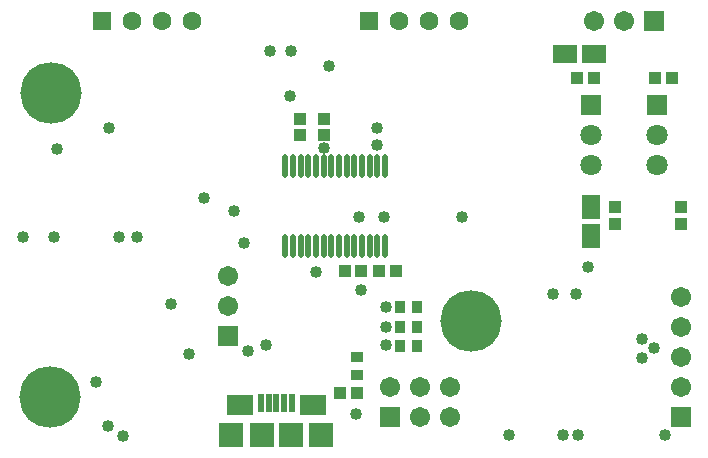
<source format=gbs>
G04 Layer_Color=16711935*
%FSLAX24Y24*%
%MOIN*%
G70*
G01*
G75*
%ADD63R,0.0434X0.0395*%
%ADD65R,0.0434X0.0356*%
%ADD67R,0.0710X0.0710*%
%ADD75R,0.0395X0.0434*%
%ADD81R,0.0356X0.0434*%
%ADD82R,0.0631X0.0631*%
%ADD83C,0.0631*%
%ADD84C,0.0671*%
%ADD85R,0.0671X0.0671*%
%ADD86C,0.2049*%
%ADD87R,0.0671X0.0671*%
%ADD88C,0.0710*%
%ADD89R,0.0710X0.0710*%
%ADD90C,0.0710*%
%ADD91C,0.0400*%
%ADD92R,0.0848X0.0592*%
%ADD93R,0.0592X0.0848*%
%ADD94O,0.0218X0.0789*%
%ADD95R,0.0828X0.0828*%
%ADD96R,0.0789X0.0828*%
%ADD97R,0.0237X0.0612*%
%ADD98R,0.0907X0.0710*%
D63*
X24100Y42226D02*
D03*
Y41674D02*
D03*
X36800Y39276D02*
D03*
Y38724D02*
D03*
X34600Y39276D02*
D03*
Y38724D02*
D03*
X24900Y41674D02*
D03*
Y42226D02*
D03*
D65*
X26000Y33705D02*
D03*
Y34295D02*
D03*
D67*
X33800Y42700D02*
D03*
D75*
X26724Y37150D02*
D03*
X27276D02*
D03*
X25574Y37150D02*
D03*
X26126D02*
D03*
X35924Y43600D02*
D03*
X36476D02*
D03*
X25976Y33100D02*
D03*
X25424D02*
D03*
X33876Y43600D02*
D03*
X33324D02*
D03*
D81*
X27405Y34650D02*
D03*
X27995D02*
D03*
X27405Y35300D02*
D03*
X27995D02*
D03*
X27405Y35950D02*
D03*
X27995D02*
D03*
D82*
X17476Y45500D02*
D03*
X26400Y45500D02*
D03*
D83*
X18476Y45500D02*
D03*
X19476D02*
D03*
X20476D02*
D03*
X27400Y45500D02*
D03*
X28400D02*
D03*
X29400D02*
D03*
D84*
X33900D02*
D03*
X34900D02*
D03*
X36800Y33300D02*
D03*
Y34300D02*
D03*
Y35300D02*
D03*
Y36300D02*
D03*
X21700Y37000D02*
D03*
Y36000D02*
D03*
X28100Y32300D02*
D03*
Y33300D02*
D03*
X29100Y32300D02*
D03*
Y33300D02*
D03*
X27100D02*
D03*
D85*
X35900Y45500D02*
D03*
X27100Y32300D02*
D03*
D86*
X29800Y35500D02*
D03*
X15800Y43100D02*
D03*
X15748Y32948D02*
D03*
D87*
X36800Y32300D02*
D03*
X21700Y35000D02*
D03*
D88*
X33800Y41700D02*
D03*
Y40700D02*
D03*
D89*
X36000Y42700D02*
D03*
D90*
Y41700D02*
D03*
Y40700D02*
D03*
D91*
X20400Y34400D02*
D03*
X23750Y43000D02*
D03*
X19800Y36050D02*
D03*
X24624Y37124D02*
D03*
X26650Y41350D02*
D03*
X33350Y31700D02*
D03*
X22350Y34495D02*
D03*
X22950Y34700D02*
D03*
X29500Y38950D02*
D03*
X26900Y38949D02*
D03*
X14850Y38300D02*
D03*
X15900D02*
D03*
X18650Y38282D02*
D03*
X18050Y38300D02*
D03*
X26050Y38950D02*
D03*
X32850Y31700D02*
D03*
X17700Y32000D02*
D03*
X31050Y31700D02*
D03*
X36250Y31700D02*
D03*
X20900Y39600D02*
D03*
X15974Y41224D02*
D03*
X33700Y37300D02*
D03*
X33300Y36376D02*
D03*
X32528Y36400D02*
D03*
X25050Y44000D02*
D03*
X23100Y44500D02*
D03*
X23800D02*
D03*
X35500Y34257D02*
D03*
X17300Y33450D02*
D03*
X26950Y35950D02*
D03*
X26950Y35300D02*
D03*
X26950Y34700D02*
D03*
X22205Y38095D02*
D03*
X35500Y34900D02*
D03*
X35900Y34600D02*
D03*
X25950Y32400D02*
D03*
X26650Y41925D02*
D03*
X17726Y41925D02*
D03*
X26126Y36526D02*
D03*
X21900Y39150D02*
D03*
X18200Y31640D02*
D03*
X24875Y41250D02*
D03*
D92*
X33882Y44400D02*
D03*
X32918D02*
D03*
D93*
X33800Y39282D02*
D03*
Y38318D02*
D03*
D94*
X23596Y40668D02*
D03*
X23852D02*
D03*
X24107D02*
D03*
X24363D02*
D03*
X24619D02*
D03*
X24875D02*
D03*
X25131D02*
D03*
X25387D02*
D03*
X25643D02*
D03*
X25899D02*
D03*
X26155D02*
D03*
X26411D02*
D03*
X26667D02*
D03*
X26922D02*
D03*
X23596Y37991D02*
D03*
X23852D02*
D03*
X24107D02*
D03*
X24363D02*
D03*
X24619D02*
D03*
X24875D02*
D03*
X25131D02*
D03*
X25387D02*
D03*
X25643D02*
D03*
X25899D02*
D03*
X26155D02*
D03*
X26411D02*
D03*
X26667D02*
D03*
X26922D02*
D03*
D95*
X22828Y31700D02*
D03*
X23772D02*
D03*
D96*
X21804D02*
D03*
X24796D02*
D03*
D97*
X23300Y32753D02*
D03*
X23556D02*
D03*
X23812D02*
D03*
X23044D02*
D03*
X22788D02*
D03*
D98*
X24520Y32704D02*
D03*
X22080D02*
D03*
M02*

</source>
